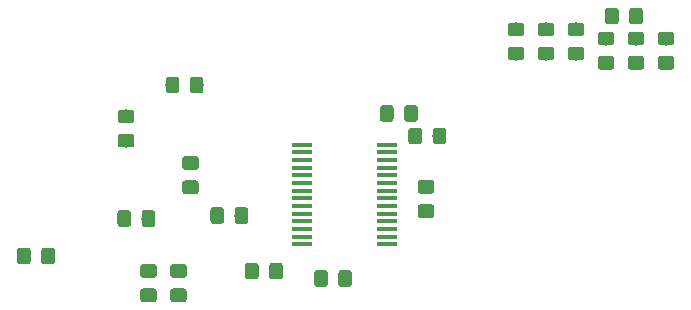
<source format=gbr>
G04 #@! TF.GenerationSoftware,KiCad,Pcbnew,(5.0.0-3-g5ebb6b6)*
G04 #@! TF.CreationDate,2020-01-23T02:23:46-08:00*
G04 #@! TF.ProjectId,Ethernet_Zero,45746865726E65745F5A65726F2E6B69,rev?*
G04 #@! TF.SameCoordinates,Original*
G04 #@! TF.FileFunction,Paste,Top*
G04 #@! TF.FilePolarity,Positive*
%FSLAX46Y46*%
G04 Gerber Fmt 4.6, Leading zero omitted, Abs format (unit mm)*
G04 Created by KiCad (PCBNEW (5.0.0-3-g5ebb6b6)) date Thursday, 23 January 2020 at 02:23:46*
%MOMM*%
%LPD*%
G01*
G04 APERTURE LIST*
%ADD10C,0.100000*%
%ADD11C,1.150000*%
%ADD12R,1.750000X0.450000*%
G04 APERTURE END LIST*
D10*
G04 #@! TO.C,R9*
G36*
X153708505Y-57114204D02*
X153732773Y-57117804D01*
X153756572Y-57123765D01*
X153779671Y-57132030D01*
X153801850Y-57142520D01*
X153822893Y-57155132D01*
X153842599Y-57169747D01*
X153860777Y-57186223D01*
X153877253Y-57204401D01*
X153891868Y-57224107D01*
X153904480Y-57245150D01*
X153914970Y-57267329D01*
X153923235Y-57290428D01*
X153929196Y-57314227D01*
X153932796Y-57338495D01*
X153934000Y-57362999D01*
X153934000Y-58263001D01*
X153932796Y-58287505D01*
X153929196Y-58311773D01*
X153923235Y-58335572D01*
X153914970Y-58358671D01*
X153904480Y-58380850D01*
X153891868Y-58401893D01*
X153877253Y-58421599D01*
X153860777Y-58439777D01*
X153842599Y-58456253D01*
X153822893Y-58470868D01*
X153801850Y-58483480D01*
X153779671Y-58493970D01*
X153756572Y-58502235D01*
X153732773Y-58508196D01*
X153708505Y-58511796D01*
X153684001Y-58513000D01*
X153033999Y-58513000D01*
X153009495Y-58511796D01*
X152985227Y-58508196D01*
X152961428Y-58502235D01*
X152938329Y-58493970D01*
X152916150Y-58483480D01*
X152895107Y-58470868D01*
X152875401Y-58456253D01*
X152857223Y-58439777D01*
X152840747Y-58421599D01*
X152826132Y-58401893D01*
X152813520Y-58380850D01*
X152803030Y-58358671D01*
X152794765Y-58335572D01*
X152788804Y-58311773D01*
X152785204Y-58287505D01*
X152784000Y-58263001D01*
X152784000Y-57362999D01*
X152785204Y-57338495D01*
X152788804Y-57314227D01*
X152794765Y-57290428D01*
X152803030Y-57267329D01*
X152813520Y-57245150D01*
X152826132Y-57224107D01*
X152840747Y-57204401D01*
X152857223Y-57186223D01*
X152875401Y-57169747D01*
X152895107Y-57155132D01*
X152916150Y-57142520D01*
X152938329Y-57132030D01*
X152961428Y-57123765D01*
X152985227Y-57117804D01*
X153009495Y-57114204D01*
X153033999Y-57113000D01*
X153684001Y-57113000D01*
X153708505Y-57114204D01*
X153708505Y-57114204D01*
G37*
D11*
X153359000Y-57813000D03*
D10*
G36*
X155758505Y-57114204D02*
X155782773Y-57117804D01*
X155806572Y-57123765D01*
X155829671Y-57132030D01*
X155851850Y-57142520D01*
X155872893Y-57155132D01*
X155892599Y-57169747D01*
X155910777Y-57186223D01*
X155927253Y-57204401D01*
X155941868Y-57224107D01*
X155954480Y-57245150D01*
X155964970Y-57267329D01*
X155973235Y-57290428D01*
X155979196Y-57314227D01*
X155982796Y-57338495D01*
X155984000Y-57362999D01*
X155984000Y-58263001D01*
X155982796Y-58287505D01*
X155979196Y-58311773D01*
X155973235Y-58335572D01*
X155964970Y-58358671D01*
X155954480Y-58380850D01*
X155941868Y-58401893D01*
X155927253Y-58421599D01*
X155910777Y-58439777D01*
X155892599Y-58456253D01*
X155872893Y-58470868D01*
X155851850Y-58483480D01*
X155829671Y-58493970D01*
X155806572Y-58502235D01*
X155782773Y-58508196D01*
X155758505Y-58511796D01*
X155734001Y-58513000D01*
X155083999Y-58513000D01*
X155059495Y-58511796D01*
X155035227Y-58508196D01*
X155011428Y-58502235D01*
X154988329Y-58493970D01*
X154966150Y-58483480D01*
X154945107Y-58470868D01*
X154925401Y-58456253D01*
X154907223Y-58439777D01*
X154890747Y-58421599D01*
X154876132Y-58401893D01*
X154863520Y-58380850D01*
X154853030Y-58358671D01*
X154844765Y-58335572D01*
X154838804Y-58311773D01*
X154835204Y-58287505D01*
X154834000Y-58263001D01*
X154834000Y-57362999D01*
X154835204Y-57338495D01*
X154838804Y-57314227D01*
X154844765Y-57290428D01*
X154853030Y-57267329D01*
X154863520Y-57245150D01*
X154876132Y-57224107D01*
X154890747Y-57204401D01*
X154907223Y-57186223D01*
X154925401Y-57169747D01*
X154945107Y-57155132D01*
X154966150Y-57142520D01*
X154988329Y-57132030D01*
X155011428Y-57123765D01*
X155035227Y-57117804D01*
X155059495Y-57114204D01*
X155083999Y-57113000D01*
X155734001Y-57113000D01*
X155758505Y-57114204D01*
X155758505Y-57114204D01*
G37*
D11*
X155409000Y-57813000D03*
G04 #@! TD*
D12*
G04 #@! TO.C,U1*
X184102000Y-56827000D03*
X184102000Y-56177000D03*
X184102000Y-55527000D03*
X184102000Y-54877000D03*
X184102000Y-54227000D03*
X184102000Y-53577000D03*
X184102000Y-52927000D03*
X184102000Y-52277000D03*
X184102000Y-51627000D03*
X184102000Y-50977000D03*
X184102000Y-50327000D03*
X184102000Y-49677000D03*
X184102000Y-49027000D03*
X184102000Y-48377000D03*
X176902000Y-48377000D03*
X176902000Y-49027000D03*
X176902000Y-49677000D03*
X176902000Y-50327000D03*
X176902000Y-50977000D03*
X176902000Y-51627000D03*
X176902000Y-52277000D03*
X176902000Y-52927000D03*
X176902000Y-53577000D03*
X176902000Y-54227000D03*
X176902000Y-54877000D03*
X176902000Y-55527000D03*
X176902000Y-56177000D03*
X176902000Y-56827000D03*
G04 #@! TD*
D10*
G04 #@! TO.C,L1*
G36*
X203483505Y-36794204D02*
X203507773Y-36797804D01*
X203531572Y-36803765D01*
X203554671Y-36812030D01*
X203576850Y-36822520D01*
X203597893Y-36835132D01*
X203617599Y-36849747D01*
X203635777Y-36866223D01*
X203652253Y-36884401D01*
X203666868Y-36904107D01*
X203679480Y-36925150D01*
X203689970Y-36947329D01*
X203698235Y-36970428D01*
X203704196Y-36994227D01*
X203707796Y-37018495D01*
X203709000Y-37042999D01*
X203709000Y-37943001D01*
X203707796Y-37967505D01*
X203704196Y-37991773D01*
X203698235Y-38015572D01*
X203689970Y-38038671D01*
X203679480Y-38060850D01*
X203666868Y-38081893D01*
X203652253Y-38101599D01*
X203635777Y-38119777D01*
X203617599Y-38136253D01*
X203597893Y-38150868D01*
X203576850Y-38163480D01*
X203554671Y-38173970D01*
X203531572Y-38182235D01*
X203507773Y-38188196D01*
X203483505Y-38191796D01*
X203459001Y-38193000D01*
X202808999Y-38193000D01*
X202784495Y-38191796D01*
X202760227Y-38188196D01*
X202736428Y-38182235D01*
X202713329Y-38173970D01*
X202691150Y-38163480D01*
X202670107Y-38150868D01*
X202650401Y-38136253D01*
X202632223Y-38119777D01*
X202615747Y-38101599D01*
X202601132Y-38081893D01*
X202588520Y-38060850D01*
X202578030Y-38038671D01*
X202569765Y-38015572D01*
X202563804Y-37991773D01*
X202560204Y-37967505D01*
X202559000Y-37943001D01*
X202559000Y-37042999D01*
X202560204Y-37018495D01*
X202563804Y-36994227D01*
X202569765Y-36970428D01*
X202578030Y-36947329D01*
X202588520Y-36925150D01*
X202601132Y-36904107D01*
X202615747Y-36884401D01*
X202632223Y-36866223D01*
X202650401Y-36849747D01*
X202670107Y-36835132D01*
X202691150Y-36822520D01*
X202713329Y-36812030D01*
X202736428Y-36803765D01*
X202760227Y-36797804D01*
X202784495Y-36794204D01*
X202808999Y-36793000D01*
X203459001Y-36793000D01*
X203483505Y-36794204D01*
X203483505Y-36794204D01*
G37*
D11*
X203134000Y-37493000D03*
D10*
G36*
X205533505Y-36794204D02*
X205557773Y-36797804D01*
X205581572Y-36803765D01*
X205604671Y-36812030D01*
X205626850Y-36822520D01*
X205647893Y-36835132D01*
X205667599Y-36849747D01*
X205685777Y-36866223D01*
X205702253Y-36884401D01*
X205716868Y-36904107D01*
X205729480Y-36925150D01*
X205739970Y-36947329D01*
X205748235Y-36970428D01*
X205754196Y-36994227D01*
X205757796Y-37018495D01*
X205759000Y-37042999D01*
X205759000Y-37943001D01*
X205757796Y-37967505D01*
X205754196Y-37991773D01*
X205748235Y-38015572D01*
X205739970Y-38038671D01*
X205729480Y-38060850D01*
X205716868Y-38081893D01*
X205702253Y-38101599D01*
X205685777Y-38119777D01*
X205667599Y-38136253D01*
X205647893Y-38150868D01*
X205626850Y-38163480D01*
X205604671Y-38173970D01*
X205581572Y-38182235D01*
X205557773Y-38188196D01*
X205533505Y-38191796D01*
X205509001Y-38193000D01*
X204858999Y-38193000D01*
X204834495Y-38191796D01*
X204810227Y-38188196D01*
X204786428Y-38182235D01*
X204763329Y-38173970D01*
X204741150Y-38163480D01*
X204720107Y-38150868D01*
X204700401Y-38136253D01*
X204682223Y-38119777D01*
X204665747Y-38101599D01*
X204651132Y-38081893D01*
X204638520Y-38060850D01*
X204628030Y-38038671D01*
X204619765Y-38015572D01*
X204613804Y-37991773D01*
X204610204Y-37967505D01*
X204609000Y-37943001D01*
X204609000Y-37042999D01*
X204610204Y-37018495D01*
X204613804Y-36994227D01*
X204619765Y-36970428D01*
X204628030Y-36947329D01*
X204638520Y-36925150D01*
X204651132Y-36904107D01*
X204665747Y-36884401D01*
X204682223Y-36866223D01*
X204700401Y-36849747D01*
X204720107Y-36835132D01*
X204741150Y-36822520D01*
X204763329Y-36812030D01*
X204786428Y-36803765D01*
X204810227Y-36797804D01*
X204834495Y-36794204D01*
X204858999Y-36793000D01*
X205509001Y-36793000D01*
X205533505Y-36794204D01*
X205533505Y-36794204D01*
G37*
D11*
X205184000Y-37493000D03*
G04 #@! TD*
D10*
G04 #@! TO.C,R5*
G36*
X198038505Y-38044204D02*
X198062773Y-38047804D01*
X198086572Y-38053765D01*
X198109671Y-38062030D01*
X198131850Y-38072520D01*
X198152893Y-38085132D01*
X198172599Y-38099747D01*
X198190777Y-38116223D01*
X198207253Y-38134401D01*
X198221868Y-38154107D01*
X198234480Y-38175150D01*
X198244970Y-38197329D01*
X198253235Y-38220428D01*
X198259196Y-38244227D01*
X198262796Y-38268495D01*
X198264000Y-38292999D01*
X198264000Y-38943001D01*
X198262796Y-38967505D01*
X198259196Y-38991773D01*
X198253235Y-39015572D01*
X198244970Y-39038671D01*
X198234480Y-39060850D01*
X198221868Y-39081893D01*
X198207253Y-39101599D01*
X198190777Y-39119777D01*
X198172599Y-39136253D01*
X198152893Y-39150868D01*
X198131850Y-39163480D01*
X198109671Y-39173970D01*
X198086572Y-39182235D01*
X198062773Y-39188196D01*
X198038505Y-39191796D01*
X198014001Y-39193000D01*
X197113999Y-39193000D01*
X197089495Y-39191796D01*
X197065227Y-39188196D01*
X197041428Y-39182235D01*
X197018329Y-39173970D01*
X196996150Y-39163480D01*
X196975107Y-39150868D01*
X196955401Y-39136253D01*
X196937223Y-39119777D01*
X196920747Y-39101599D01*
X196906132Y-39081893D01*
X196893520Y-39060850D01*
X196883030Y-39038671D01*
X196874765Y-39015572D01*
X196868804Y-38991773D01*
X196865204Y-38967505D01*
X196864000Y-38943001D01*
X196864000Y-38292999D01*
X196865204Y-38268495D01*
X196868804Y-38244227D01*
X196874765Y-38220428D01*
X196883030Y-38197329D01*
X196893520Y-38175150D01*
X196906132Y-38154107D01*
X196920747Y-38134401D01*
X196937223Y-38116223D01*
X196955401Y-38099747D01*
X196975107Y-38085132D01*
X196996150Y-38072520D01*
X197018329Y-38062030D01*
X197041428Y-38053765D01*
X197065227Y-38047804D01*
X197089495Y-38044204D01*
X197113999Y-38043000D01*
X198014001Y-38043000D01*
X198038505Y-38044204D01*
X198038505Y-38044204D01*
G37*
D11*
X197564000Y-38618000D03*
D10*
G36*
X198038505Y-40094204D02*
X198062773Y-40097804D01*
X198086572Y-40103765D01*
X198109671Y-40112030D01*
X198131850Y-40122520D01*
X198152893Y-40135132D01*
X198172599Y-40149747D01*
X198190777Y-40166223D01*
X198207253Y-40184401D01*
X198221868Y-40204107D01*
X198234480Y-40225150D01*
X198244970Y-40247329D01*
X198253235Y-40270428D01*
X198259196Y-40294227D01*
X198262796Y-40318495D01*
X198264000Y-40342999D01*
X198264000Y-40993001D01*
X198262796Y-41017505D01*
X198259196Y-41041773D01*
X198253235Y-41065572D01*
X198244970Y-41088671D01*
X198234480Y-41110850D01*
X198221868Y-41131893D01*
X198207253Y-41151599D01*
X198190777Y-41169777D01*
X198172599Y-41186253D01*
X198152893Y-41200868D01*
X198131850Y-41213480D01*
X198109671Y-41223970D01*
X198086572Y-41232235D01*
X198062773Y-41238196D01*
X198038505Y-41241796D01*
X198014001Y-41243000D01*
X197113999Y-41243000D01*
X197089495Y-41241796D01*
X197065227Y-41238196D01*
X197041428Y-41232235D01*
X197018329Y-41223970D01*
X196996150Y-41213480D01*
X196975107Y-41200868D01*
X196955401Y-41186253D01*
X196937223Y-41169777D01*
X196920747Y-41151599D01*
X196906132Y-41131893D01*
X196893520Y-41110850D01*
X196883030Y-41088671D01*
X196874765Y-41065572D01*
X196868804Y-41041773D01*
X196865204Y-41017505D01*
X196864000Y-40993001D01*
X196864000Y-40342999D01*
X196865204Y-40318495D01*
X196868804Y-40294227D01*
X196874765Y-40270428D01*
X196883030Y-40247329D01*
X196893520Y-40225150D01*
X196906132Y-40204107D01*
X196920747Y-40184401D01*
X196937223Y-40166223D01*
X196955401Y-40149747D01*
X196975107Y-40135132D01*
X196996150Y-40122520D01*
X197018329Y-40112030D01*
X197041428Y-40103765D01*
X197065227Y-40097804D01*
X197089495Y-40094204D01*
X197113999Y-40093000D01*
X198014001Y-40093000D01*
X198038505Y-40094204D01*
X198038505Y-40094204D01*
G37*
D11*
X197564000Y-40668000D03*
G04 #@! TD*
D10*
G04 #@! TO.C,R6*
G36*
X200578505Y-40094204D02*
X200602773Y-40097804D01*
X200626572Y-40103765D01*
X200649671Y-40112030D01*
X200671850Y-40122520D01*
X200692893Y-40135132D01*
X200712599Y-40149747D01*
X200730777Y-40166223D01*
X200747253Y-40184401D01*
X200761868Y-40204107D01*
X200774480Y-40225150D01*
X200784970Y-40247329D01*
X200793235Y-40270428D01*
X200799196Y-40294227D01*
X200802796Y-40318495D01*
X200804000Y-40342999D01*
X200804000Y-40993001D01*
X200802796Y-41017505D01*
X200799196Y-41041773D01*
X200793235Y-41065572D01*
X200784970Y-41088671D01*
X200774480Y-41110850D01*
X200761868Y-41131893D01*
X200747253Y-41151599D01*
X200730777Y-41169777D01*
X200712599Y-41186253D01*
X200692893Y-41200868D01*
X200671850Y-41213480D01*
X200649671Y-41223970D01*
X200626572Y-41232235D01*
X200602773Y-41238196D01*
X200578505Y-41241796D01*
X200554001Y-41243000D01*
X199653999Y-41243000D01*
X199629495Y-41241796D01*
X199605227Y-41238196D01*
X199581428Y-41232235D01*
X199558329Y-41223970D01*
X199536150Y-41213480D01*
X199515107Y-41200868D01*
X199495401Y-41186253D01*
X199477223Y-41169777D01*
X199460747Y-41151599D01*
X199446132Y-41131893D01*
X199433520Y-41110850D01*
X199423030Y-41088671D01*
X199414765Y-41065572D01*
X199408804Y-41041773D01*
X199405204Y-41017505D01*
X199404000Y-40993001D01*
X199404000Y-40342999D01*
X199405204Y-40318495D01*
X199408804Y-40294227D01*
X199414765Y-40270428D01*
X199423030Y-40247329D01*
X199433520Y-40225150D01*
X199446132Y-40204107D01*
X199460747Y-40184401D01*
X199477223Y-40166223D01*
X199495401Y-40149747D01*
X199515107Y-40135132D01*
X199536150Y-40122520D01*
X199558329Y-40112030D01*
X199581428Y-40103765D01*
X199605227Y-40097804D01*
X199629495Y-40094204D01*
X199653999Y-40093000D01*
X200554001Y-40093000D01*
X200578505Y-40094204D01*
X200578505Y-40094204D01*
G37*
D11*
X200104000Y-40668000D03*
D10*
G36*
X200578505Y-38044204D02*
X200602773Y-38047804D01*
X200626572Y-38053765D01*
X200649671Y-38062030D01*
X200671850Y-38072520D01*
X200692893Y-38085132D01*
X200712599Y-38099747D01*
X200730777Y-38116223D01*
X200747253Y-38134401D01*
X200761868Y-38154107D01*
X200774480Y-38175150D01*
X200784970Y-38197329D01*
X200793235Y-38220428D01*
X200799196Y-38244227D01*
X200802796Y-38268495D01*
X200804000Y-38292999D01*
X200804000Y-38943001D01*
X200802796Y-38967505D01*
X200799196Y-38991773D01*
X200793235Y-39015572D01*
X200784970Y-39038671D01*
X200774480Y-39060850D01*
X200761868Y-39081893D01*
X200747253Y-39101599D01*
X200730777Y-39119777D01*
X200712599Y-39136253D01*
X200692893Y-39150868D01*
X200671850Y-39163480D01*
X200649671Y-39173970D01*
X200626572Y-39182235D01*
X200602773Y-39188196D01*
X200578505Y-39191796D01*
X200554001Y-39193000D01*
X199653999Y-39193000D01*
X199629495Y-39191796D01*
X199605227Y-39188196D01*
X199581428Y-39182235D01*
X199558329Y-39173970D01*
X199536150Y-39163480D01*
X199515107Y-39150868D01*
X199495401Y-39136253D01*
X199477223Y-39119777D01*
X199460747Y-39101599D01*
X199446132Y-39081893D01*
X199433520Y-39060850D01*
X199423030Y-39038671D01*
X199414765Y-39015572D01*
X199408804Y-38991773D01*
X199405204Y-38967505D01*
X199404000Y-38943001D01*
X199404000Y-38292999D01*
X199405204Y-38268495D01*
X199408804Y-38244227D01*
X199414765Y-38220428D01*
X199423030Y-38197329D01*
X199433520Y-38175150D01*
X199446132Y-38154107D01*
X199460747Y-38134401D01*
X199477223Y-38116223D01*
X199495401Y-38099747D01*
X199515107Y-38085132D01*
X199536150Y-38072520D01*
X199558329Y-38062030D01*
X199581428Y-38053765D01*
X199605227Y-38047804D01*
X199629495Y-38044204D01*
X199653999Y-38043000D01*
X200554001Y-38043000D01*
X200578505Y-38044204D01*
X200578505Y-38044204D01*
G37*
D11*
X200104000Y-38618000D03*
G04 #@! TD*
D10*
G04 #@! TO.C,R7*
G36*
X205658505Y-40874204D02*
X205682773Y-40877804D01*
X205706572Y-40883765D01*
X205729671Y-40892030D01*
X205751850Y-40902520D01*
X205772893Y-40915132D01*
X205792599Y-40929747D01*
X205810777Y-40946223D01*
X205827253Y-40964401D01*
X205841868Y-40984107D01*
X205854480Y-41005150D01*
X205864970Y-41027329D01*
X205873235Y-41050428D01*
X205879196Y-41074227D01*
X205882796Y-41098495D01*
X205884000Y-41122999D01*
X205884000Y-41773001D01*
X205882796Y-41797505D01*
X205879196Y-41821773D01*
X205873235Y-41845572D01*
X205864970Y-41868671D01*
X205854480Y-41890850D01*
X205841868Y-41911893D01*
X205827253Y-41931599D01*
X205810777Y-41949777D01*
X205792599Y-41966253D01*
X205772893Y-41980868D01*
X205751850Y-41993480D01*
X205729671Y-42003970D01*
X205706572Y-42012235D01*
X205682773Y-42018196D01*
X205658505Y-42021796D01*
X205634001Y-42023000D01*
X204733999Y-42023000D01*
X204709495Y-42021796D01*
X204685227Y-42018196D01*
X204661428Y-42012235D01*
X204638329Y-42003970D01*
X204616150Y-41993480D01*
X204595107Y-41980868D01*
X204575401Y-41966253D01*
X204557223Y-41949777D01*
X204540747Y-41931599D01*
X204526132Y-41911893D01*
X204513520Y-41890850D01*
X204503030Y-41868671D01*
X204494765Y-41845572D01*
X204488804Y-41821773D01*
X204485204Y-41797505D01*
X204484000Y-41773001D01*
X204484000Y-41122999D01*
X204485204Y-41098495D01*
X204488804Y-41074227D01*
X204494765Y-41050428D01*
X204503030Y-41027329D01*
X204513520Y-41005150D01*
X204526132Y-40984107D01*
X204540747Y-40964401D01*
X204557223Y-40946223D01*
X204575401Y-40929747D01*
X204595107Y-40915132D01*
X204616150Y-40902520D01*
X204638329Y-40892030D01*
X204661428Y-40883765D01*
X204685227Y-40877804D01*
X204709495Y-40874204D01*
X204733999Y-40873000D01*
X205634001Y-40873000D01*
X205658505Y-40874204D01*
X205658505Y-40874204D01*
G37*
D11*
X205184000Y-41448000D03*
D10*
G36*
X205658505Y-38824204D02*
X205682773Y-38827804D01*
X205706572Y-38833765D01*
X205729671Y-38842030D01*
X205751850Y-38852520D01*
X205772893Y-38865132D01*
X205792599Y-38879747D01*
X205810777Y-38896223D01*
X205827253Y-38914401D01*
X205841868Y-38934107D01*
X205854480Y-38955150D01*
X205864970Y-38977329D01*
X205873235Y-39000428D01*
X205879196Y-39024227D01*
X205882796Y-39048495D01*
X205884000Y-39072999D01*
X205884000Y-39723001D01*
X205882796Y-39747505D01*
X205879196Y-39771773D01*
X205873235Y-39795572D01*
X205864970Y-39818671D01*
X205854480Y-39840850D01*
X205841868Y-39861893D01*
X205827253Y-39881599D01*
X205810777Y-39899777D01*
X205792599Y-39916253D01*
X205772893Y-39930868D01*
X205751850Y-39943480D01*
X205729671Y-39953970D01*
X205706572Y-39962235D01*
X205682773Y-39968196D01*
X205658505Y-39971796D01*
X205634001Y-39973000D01*
X204733999Y-39973000D01*
X204709495Y-39971796D01*
X204685227Y-39968196D01*
X204661428Y-39962235D01*
X204638329Y-39953970D01*
X204616150Y-39943480D01*
X204595107Y-39930868D01*
X204575401Y-39916253D01*
X204557223Y-39899777D01*
X204540747Y-39881599D01*
X204526132Y-39861893D01*
X204513520Y-39840850D01*
X204503030Y-39818671D01*
X204494765Y-39795572D01*
X204488804Y-39771773D01*
X204485204Y-39747505D01*
X204484000Y-39723001D01*
X204484000Y-39072999D01*
X204485204Y-39048495D01*
X204488804Y-39024227D01*
X204494765Y-39000428D01*
X204503030Y-38977329D01*
X204513520Y-38955150D01*
X204526132Y-38934107D01*
X204540747Y-38914401D01*
X204557223Y-38896223D01*
X204575401Y-38879747D01*
X204595107Y-38865132D01*
X204616150Y-38852520D01*
X204638329Y-38842030D01*
X204661428Y-38833765D01*
X204685227Y-38827804D01*
X204709495Y-38824204D01*
X204733999Y-38823000D01*
X205634001Y-38823000D01*
X205658505Y-38824204D01*
X205658505Y-38824204D01*
G37*
D11*
X205184000Y-39398000D03*
G04 #@! TD*
D10*
G04 #@! TO.C,R8*
G36*
X203118505Y-38824204D02*
X203142773Y-38827804D01*
X203166572Y-38833765D01*
X203189671Y-38842030D01*
X203211850Y-38852520D01*
X203232893Y-38865132D01*
X203252599Y-38879747D01*
X203270777Y-38896223D01*
X203287253Y-38914401D01*
X203301868Y-38934107D01*
X203314480Y-38955150D01*
X203324970Y-38977329D01*
X203333235Y-39000428D01*
X203339196Y-39024227D01*
X203342796Y-39048495D01*
X203344000Y-39072999D01*
X203344000Y-39723001D01*
X203342796Y-39747505D01*
X203339196Y-39771773D01*
X203333235Y-39795572D01*
X203324970Y-39818671D01*
X203314480Y-39840850D01*
X203301868Y-39861893D01*
X203287253Y-39881599D01*
X203270777Y-39899777D01*
X203252599Y-39916253D01*
X203232893Y-39930868D01*
X203211850Y-39943480D01*
X203189671Y-39953970D01*
X203166572Y-39962235D01*
X203142773Y-39968196D01*
X203118505Y-39971796D01*
X203094001Y-39973000D01*
X202193999Y-39973000D01*
X202169495Y-39971796D01*
X202145227Y-39968196D01*
X202121428Y-39962235D01*
X202098329Y-39953970D01*
X202076150Y-39943480D01*
X202055107Y-39930868D01*
X202035401Y-39916253D01*
X202017223Y-39899777D01*
X202000747Y-39881599D01*
X201986132Y-39861893D01*
X201973520Y-39840850D01*
X201963030Y-39818671D01*
X201954765Y-39795572D01*
X201948804Y-39771773D01*
X201945204Y-39747505D01*
X201944000Y-39723001D01*
X201944000Y-39072999D01*
X201945204Y-39048495D01*
X201948804Y-39024227D01*
X201954765Y-39000428D01*
X201963030Y-38977329D01*
X201973520Y-38955150D01*
X201986132Y-38934107D01*
X202000747Y-38914401D01*
X202017223Y-38896223D01*
X202035401Y-38879747D01*
X202055107Y-38865132D01*
X202076150Y-38852520D01*
X202098329Y-38842030D01*
X202121428Y-38833765D01*
X202145227Y-38827804D01*
X202169495Y-38824204D01*
X202193999Y-38823000D01*
X203094001Y-38823000D01*
X203118505Y-38824204D01*
X203118505Y-38824204D01*
G37*
D11*
X202644000Y-39398000D03*
D10*
G36*
X203118505Y-40874204D02*
X203142773Y-40877804D01*
X203166572Y-40883765D01*
X203189671Y-40892030D01*
X203211850Y-40902520D01*
X203232893Y-40915132D01*
X203252599Y-40929747D01*
X203270777Y-40946223D01*
X203287253Y-40964401D01*
X203301868Y-40984107D01*
X203314480Y-41005150D01*
X203324970Y-41027329D01*
X203333235Y-41050428D01*
X203339196Y-41074227D01*
X203342796Y-41098495D01*
X203344000Y-41122999D01*
X203344000Y-41773001D01*
X203342796Y-41797505D01*
X203339196Y-41821773D01*
X203333235Y-41845572D01*
X203324970Y-41868671D01*
X203314480Y-41890850D01*
X203301868Y-41911893D01*
X203287253Y-41931599D01*
X203270777Y-41949777D01*
X203252599Y-41966253D01*
X203232893Y-41980868D01*
X203211850Y-41993480D01*
X203189671Y-42003970D01*
X203166572Y-42012235D01*
X203142773Y-42018196D01*
X203118505Y-42021796D01*
X203094001Y-42023000D01*
X202193999Y-42023000D01*
X202169495Y-42021796D01*
X202145227Y-42018196D01*
X202121428Y-42012235D01*
X202098329Y-42003970D01*
X202076150Y-41993480D01*
X202055107Y-41980868D01*
X202035401Y-41966253D01*
X202017223Y-41949777D01*
X202000747Y-41931599D01*
X201986132Y-41911893D01*
X201973520Y-41890850D01*
X201963030Y-41868671D01*
X201954765Y-41845572D01*
X201948804Y-41821773D01*
X201945204Y-41797505D01*
X201944000Y-41773001D01*
X201944000Y-41122999D01*
X201945204Y-41098495D01*
X201948804Y-41074227D01*
X201954765Y-41050428D01*
X201963030Y-41027329D01*
X201973520Y-41005150D01*
X201986132Y-40984107D01*
X202000747Y-40964401D01*
X202017223Y-40946223D01*
X202035401Y-40929747D01*
X202055107Y-40915132D01*
X202076150Y-40902520D01*
X202098329Y-40892030D01*
X202121428Y-40883765D01*
X202145227Y-40877804D01*
X202169495Y-40874204D01*
X202193999Y-40873000D01*
X203094001Y-40873000D01*
X203118505Y-40874204D01*
X203118505Y-40874204D01*
G37*
D11*
X202644000Y-41448000D03*
G04 #@! TD*
D10*
G04 #@! TO.C,C1*
G36*
X175053505Y-58384204D02*
X175077773Y-58387804D01*
X175101572Y-58393765D01*
X175124671Y-58402030D01*
X175146850Y-58412520D01*
X175167893Y-58425132D01*
X175187599Y-58439747D01*
X175205777Y-58456223D01*
X175222253Y-58474401D01*
X175236868Y-58494107D01*
X175249480Y-58515150D01*
X175259970Y-58537329D01*
X175268235Y-58560428D01*
X175274196Y-58584227D01*
X175277796Y-58608495D01*
X175279000Y-58632999D01*
X175279000Y-59533001D01*
X175277796Y-59557505D01*
X175274196Y-59581773D01*
X175268235Y-59605572D01*
X175259970Y-59628671D01*
X175249480Y-59650850D01*
X175236868Y-59671893D01*
X175222253Y-59691599D01*
X175205777Y-59709777D01*
X175187599Y-59726253D01*
X175167893Y-59740868D01*
X175146850Y-59753480D01*
X175124671Y-59763970D01*
X175101572Y-59772235D01*
X175077773Y-59778196D01*
X175053505Y-59781796D01*
X175029001Y-59783000D01*
X174378999Y-59783000D01*
X174354495Y-59781796D01*
X174330227Y-59778196D01*
X174306428Y-59772235D01*
X174283329Y-59763970D01*
X174261150Y-59753480D01*
X174240107Y-59740868D01*
X174220401Y-59726253D01*
X174202223Y-59709777D01*
X174185747Y-59691599D01*
X174171132Y-59671893D01*
X174158520Y-59650850D01*
X174148030Y-59628671D01*
X174139765Y-59605572D01*
X174133804Y-59581773D01*
X174130204Y-59557505D01*
X174129000Y-59533001D01*
X174129000Y-58632999D01*
X174130204Y-58608495D01*
X174133804Y-58584227D01*
X174139765Y-58560428D01*
X174148030Y-58537329D01*
X174158520Y-58515150D01*
X174171132Y-58494107D01*
X174185747Y-58474401D01*
X174202223Y-58456223D01*
X174220401Y-58439747D01*
X174240107Y-58425132D01*
X174261150Y-58412520D01*
X174283329Y-58402030D01*
X174306428Y-58393765D01*
X174330227Y-58387804D01*
X174354495Y-58384204D01*
X174378999Y-58383000D01*
X175029001Y-58383000D01*
X175053505Y-58384204D01*
X175053505Y-58384204D01*
G37*
D11*
X174704000Y-59083000D03*
D10*
G36*
X173003505Y-58384204D02*
X173027773Y-58387804D01*
X173051572Y-58393765D01*
X173074671Y-58402030D01*
X173096850Y-58412520D01*
X173117893Y-58425132D01*
X173137599Y-58439747D01*
X173155777Y-58456223D01*
X173172253Y-58474401D01*
X173186868Y-58494107D01*
X173199480Y-58515150D01*
X173209970Y-58537329D01*
X173218235Y-58560428D01*
X173224196Y-58584227D01*
X173227796Y-58608495D01*
X173229000Y-58632999D01*
X173229000Y-59533001D01*
X173227796Y-59557505D01*
X173224196Y-59581773D01*
X173218235Y-59605572D01*
X173209970Y-59628671D01*
X173199480Y-59650850D01*
X173186868Y-59671893D01*
X173172253Y-59691599D01*
X173155777Y-59709777D01*
X173137599Y-59726253D01*
X173117893Y-59740868D01*
X173096850Y-59753480D01*
X173074671Y-59763970D01*
X173051572Y-59772235D01*
X173027773Y-59778196D01*
X173003505Y-59781796D01*
X172979001Y-59783000D01*
X172328999Y-59783000D01*
X172304495Y-59781796D01*
X172280227Y-59778196D01*
X172256428Y-59772235D01*
X172233329Y-59763970D01*
X172211150Y-59753480D01*
X172190107Y-59740868D01*
X172170401Y-59726253D01*
X172152223Y-59709777D01*
X172135747Y-59691599D01*
X172121132Y-59671893D01*
X172108520Y-59650850D01*
X172098030Y-59628671D01*
X172089765Y-59605572D01*
X172083804Y-59581773D01*
X172080204Y-59557505D01*
X172079000Y-59533001D01*
X172079000Y-58632999D01*
X172080204Y-58608495D01*
X172083804Y-58584227D01*
X172089765Y-58560428D01*
X172098030Y-58537329D01*
X172108520Y-58515150D01*
X172121132Y-58494107D01*
X172135747Y-58474401D01*
X172152223Y-58456223D01*
X172170401Y-58439747D01*
X172190107Y-58425132D01*
X172211150Y-58412520D01*
X172233329Y-58402030D01*
X172256428Y-58393765D01*
X172280227Y-58387804D01*
X172304495Y-58384204D01*
X172328999Y-58383000D01*
X172979001Y-58383000D01*
X173003505Y-58384204D01*
X173003505Y-58384204D01*
G37*
D11*
X172654000Y-59083000D03*
G04 #@! TD*
D10*
G04 #@! TO.C,C2*
G36*
X168340505Y-42636204D02*
X168364773Y-42639804D01*
X168388572Y-42645765D01*
X168411671Y-42654030D01*
X168433850Y-42664520D01*
X168454893Y-42677132D01*
X168474599Y-42691747D01*
X168492777Y-42708223D01*
X168509253Y-42726401D01*
X168523868Y-42746107D01*
X168536480Y-42767150D01*
X168546970Y-42789329D01*
X168555235Y-42812428D01*
X168561196Y-42836227D01*
X168564796Y-42860495D01*
X168566000Y-42884999D01*
X168566000Y-43785001D01*
X168564796Y-43809505D01*
X168561196Y-43833773D01*
X168555235Y-43857572D01*
X168546970Y-43880671D01*
X168536480Y-43902850D01*
X168523868Y-43923893D01*
X168509253Y-43943599D01*
X168492777Y-43961777D01*
X168474599Y-43978253D01*
X168454893Y-43992868D01*
X168433850Y-44005480D01*
X168411671Y-44015970D01*
X168388572Y-44024235D01*
X168364773Y-44030196D01*
X168340505Y-44033796D01*
X168316001Y-44035000D01*
X167665999Y-44035000D01*
X167641495Y-44033796D01*
X167617227Y-44030196D01*
X167593428Y-44024235D01*
X167570329Y-44015970D01*
X167548150Y-44005480D01*
X167527107Y-43992868D01*
X167507401Y-43978253D01*
X167489223Y-43961777D01*
X167472747Y-43943599D01*
X167458132Y-43923893D01*
X167445520Y-43902850D01*
X167435030Y-43880671D01*
X167426765Y-43857572D01*
X167420804Y-43833773D01*
X167417204Y-43809505D01*
X167416000Y-43785001D01*
X167416000Y-42884999D01*
X167417204Y-42860495D01*
X167420804Y-42836227D01*
X167426765Y-42812428D01*
X167435030Y-42789329D01*
X167445520Y-42767150D01*
X167458132Y-42746107D01*
X167472747Y-42726401D01*
X167489223Y-42708223D01*
X167507401Y-42691747D01*
X167527107Y-42677132D01*
X167548150Y-42664520D01*
X167570329Y-42654030D01*
X167593428Y-42645765D01*
X167617227Y-42639804D01*
X167641495Y-42636204D01*
X167665999Y-42635000D01*
X168316001Y-42635000D01*
X168340505Y-42636204D01*
X168340505Y-42636204D01*
G37*
D11*
X167991000Y-43335000D03*
D10*
G36*
X166290505Y-42636204D02*
X166314773Y-42639804D01*
X166338572Y-42645765D01*
X166361671Y-42654030D01*
X166383850Y-42664520D01*
X166404893Y-42677132D01*
X166424599Y-42691747D01*
X166442777Y-42708223D01*
X166459253Y-42726401D01*
X166473868Y-42746107D01*
X166486480Y-42767150D01*
X166496970Y-42789329D01*
X166505235Y-42812428D01*
X166511196Y-42836227D01*
X166514796Y-42860495D01*
X166516000Y-42884999D01*
X166516000Y-43785001D01*
X166514796Y-43809505D01*
X166511196Y-43833773D01*
X166505235Y-43857572D01*
X166496970Y-43880671D01*
X166486480Y-43902850D01*
X166473868Y-43923893D01*
X166459253Y-43943599D01*
X166442777Y-43961777D01*
X166424599Y-43978253D01*
X166404893Y-43992868D01*
X166383850Y-44005480D01*
X166361671Y-44015970D01*
X166338572Y-44024235D01*
X166314773Y-44030196D01*
X166290505Y-44033796D01*
X166266001Y-44035000D01*
X165615999Y-44035000D01*
X165591495Y-44033796D01*
X165567227Y-44030196D01*
X165543428Y-44024235D01*
X165520329Y-44015970D01*
X165498150Y-44005480D01*
X165477107Y-43992868D01*
X165457401Y-43978253D01*
X165439223Y-43961777D01*
X165422747Y-43943599D01*
X165408132Y-43923893D01*
X165395520Y-43902850D01*
X165385030Y-43880671D01*
X165376765Y-43857572D01*
X165370804Y-43833773D01*
X165367204Y-43809505D01*
X165366000Y-43785001D01*
X165366000Y-42884999D01*
X165367204Y-42860495D01*
X165370804Y-42836227D01*
X165376765Y-42812428D01*
X165385030Y-42789329D01*
X165395520Y-42767150D01*
X165408132Y-42746107D01*
X165422747Y-42726401D01*
X165439223Y-42708223D01*
X165457401Y-42691747D01*
X165477107Y-42677132D01*
X165498150Y-42664520D01*
X165520329Y-42654030D01*
X165543428Y-42645765D01*
X165567227Y-42639804D01*
X165591495Y-42636204D01*
X165615999Y-42635000D01*
X166266001Y-42635000D01*
X166290505Y-42636204D01*
X166290505Y-42636204D01*
G37*
D11*
X165941000Y-43335000D03*
G04 #@! TD*
D10*
G04 #@! TO.C,C3*
G36*
X167939505Y-51415204D02*
X167963773Y-51418804D01*
X167987572Y-51424765D01*
X168010671Y-51433030D01*
X168032850Y-51443520D01*
X168053893Y-51456132D01*
X168073599Y-51470747D01*
X168091777Y-51487223D01*
X168108253Y-51505401D01*
X168122868Y-51525107D01*
X168135480Y-51546150D01*
X168145970Y-51568329D01*
X168154235Y-51591428D01*
X168160196Y-51615227D01*
X168163796Y-51639495D01*
X168165000Y-51663999D01*
X168165000Y-52314001D01*
X168163796Y-52338505D01*
X168160196Y-52362773D01*
X168154235Y-52386572D01*
X168145970Y-52409671D01*
X168135480Y-52431850D01*
X168122868Y-52452893D01*
X168108253Y-52472599D01*
X168091777Y-52490777D01*
X168073599Y-52507253D01*
X168053893Y-52521868D01*
X168032850Y-52534480D01*
X168010671Y-52544970D01*
X167987572Y-52553235D01*
X167963773Y-52559196D01*
X167939505Y-52562796D01*
X167915001Y-52564000D01*
X167014999Y-52564000D01*
X166990495Y-52562796D01*
X166966227Y-52559196D01*
X166942428Y-52553235D01*
X166919329Y-52544970D01*
X166897150Y-52534480D01*
X166876107Y-52521868D01*
X166856401Y-52507253D01*
X166838223Y-52490777D01*
X166821747Y-52472599D01*
X166807132Y-52452893D01*
X166794520Y-52431850D01*
X166784030Y-52409671D01*
X166775765Y-52386572D01*
X166769804Y-52362773D01*
X166766204Y-52338505D01*
X166765000Y-52314001D01*
X166765000Y-51663999D01*
X166766204Y-51639495D01*
X166769804Y-51615227D01*
X166775765Y-51591428D01*
X166784030Y-51568329D01*
X166794520Y-51546150D01*
X166807132Y-51525107D01*
X166821747Y-51505401D01*
X166838223Y-51487223D01*
X166856401Y-51470747D01*
X166876107Y-51456132D01*
X166897150Y-51443520D01*
X166919329Y-51433030D01*
X166942428Y-51424765D01*
X166966227Y-51418804D01*
X166990495Y-51415204D01*
X167014999Y-51414000D01*
X167915001Y-51414000D01*
X167939505Y-51415204D01*
X167939505Y-51415204D01*
G37*
D11*
X167465000Y-51989000D03*
D10*
G36*
X167939505Y-49365204D02*
X167963773Y-49368804D01*
X167987572Y-49374765D01*
X168010671Y-49383030D01*
X168032850Y-49393520D01*
X168053893Y-49406132D01*
X168073599Y-49420747D01*
X168091777Y-49437223D01*
X168108253Y-49455401D01*
X168122868Y-49475107D01*
X168135480Y-49496150D01*
X168145970Y-49518329D01*
X168154235Y-49541428D01*
X168160196Y-49565227D01*
X168163796Y-49589495D01*
X168165000Y-49613999D01*
X168165000Y-50264001D01*
X168163796Y-50288505D01*
X168160196Y-50312773D01*
X168154235Y-50336572D01*
X168145970Y-50359671D01*
X168135480Y-50381850D01*
X168122868Y-50402893D01*
X168108253Y-50422599D01*
X168091777Y-50440777D01*
X168073599Y-50457253D01*
X168053893Y-50471868D01*
X168032850Y-50484480D01*
X168010671Y-50494970D01*
X167987572Y-50503235D01*
X167963773Y-50509196D01*
X167939505Y-50512796D01*
X167915001Y-50514000D01*
X167014999Y-50514000D01*
X166990495Y-50512796D01*
X166966227Y-50509196D01*
X166942428Y-50503235D01*
X166919329Y-50494970D01*
X166897150Y-50484480D01*
X166876107Y-50471868D01*
X166856401Y-50457253D01*
X166838223Y-50440777D01*
X166821747Y-50422599D01*
X166807132Y-50402893D01*
X166794520Y-50381850D01*
X166784030Y-50359671D01*
X166775765Y-50336572D01*
X166769804Y-50312773D01*
X166766204Y-50288505D01*
X166765000Y-50264001D01*
X166765000Y-49613999D01*
X166766204Y-49589495D01*
X166769804Y-49565227D01*
X166775765Y-49541428D01*
X166784030Y-49518329D01*
X166794520Y-49496150D01*
X166807132Y-49475107D01*
X166821747Y-49455401D01*
X166838223Y-49437223D01*
X166856401Y-49420747D01*
X166876107Y-49406132D01*
X166897150Y-49393520D01*
X166919329Y-49383030D01*
X166942428Y-49374765D01*
X166966227Y-49368804D01*
X166990495Y-49365204D01*
X167014999Y-49364000D01*
X167915001Y-49364000D01*
X167939505Y-49365204D01*
X167939505Y-49365204D01*
G37*
D11*
X167465000Y-49939000D03*
G04 #@! TD*
D10*
G04 #@! TO.C,C5*
G36*
X180913505Y-59019204D02*
X180937773Y-59022804D01*
X180961572Y-59028765D01*
X180984671Y-59037030D01*
X181006850Y-59047520D01*
X181027893Y-59060132D01*
X181047599Y-59074747D01*
X181065777Y-59091223D01*
X181082253Y-59109401D01*
X181096868Y-59129107D01*
X181109480Y-59150150D01*
X181119970Y-59172329D01*
X181128235Y-59195428D01*
X181134196Y-59219227D01*
X181137796Y-59243495D01*
X181139000Y-59267999D01*
X181139000Y-60168001D01*
X181137796Y-60192505D01*
X181134196Y-60216773D01*
X181128235Y-60240572D01*
X181119970Y-60263671D01*
X181109480Y-60285850D01*
X181096868Y-60306893D01*
X181082253Y-60326599D01*
X181065777Y-60344777D01*
X181047599Y-60361253D01*
X181027893Y-60375868D01*
X181006850Y-60388480D01*
X180984671Y-60398970D01*
X180961572Y-60407235D01*
X180937773Y-60413196D01*
X180913505Y-60416796D01*
X180889001Y-60418000D01*
X180238999Y-60418000D01*
X180214495Y-60416796D01*
X180190227Y-60413196D01*
X180166428Y-60407235D01*
X180143329Y-60398970D01*
X180121150Y-60388480D01*
X180100107Y-60375868D01*
X180080401Y-60361253D01*
X180062223Y-60344777D01*
X180045747Y-60326599D01*
X180031132Y-60306893D01*
X180018520Y-60285850D01*
X180008030Y-60263671D01*
X179999765Y-60240572D01*
X179993804Y-60216773D01*
X179990204Y-60192505D01*
X179989000Y-60168001D01*
X179989000Y-59267999D01*
X179990204Y-59243495D01*
X179993804Y-59219227D01*
X179999765Y-59195428D01*
X180008030Y-59172329D01*
X180018520Y-59150150D01*
X180031132Y-59129107D01*
X180045747Y-59109401D01*
X180062223Y-59091223D01*
X180080401Y-59074747D01*
X180100107Y-59060132D01*
X180121150Y-59047520D01*
X180143329Y-59037030D01*
X180166428Y-59028765D01*
X180190227Y-59022804D01*
X180214495Y-59019204D01*
X180238999Y-59018000D01*
X180889001Y-59018000D01*
X180913505Y-59019204D01*
X180913505Y-59019204D01*
G37*
D11*
X180564000Y-59718000D03*
D10*
G36*
X178863505Y-59019204D02*
X178887773Y-59022804D01*
X178911572Y-59028765D01*
X178934671Y-59037030D01*
X178956850Y-59047520D01*
X178977893Y-59060132D01*
X178997599Y-59074747D01*
X179015777Y-59091223D01*
X179032253Y-59109401D01*
X179046868Y-59129107D01*
X179059480Y-59150150D01*
X179069970Y-59172329D01*
X179078235Y-59195428D01*
X179084196Y-59219227D01*
X179087796Y-59243495D01*
X179089000Y-59267999D01*
X179089000Y-60168001D01*
X179087796Y-60192505D01*
X179084196Y-60216773D01*
X179078235Y-60240572D01*
X179069970Y-60263671D01*
X179059480Y-60285850D01*
X179046868Y-60306893D01*
X179032253Y-60326599D01*
X179015777Y-60344777D01*
X178997599Y-60361253D01*
X178977893Y-60375868D01*
X178956850Y-60388480D01*
X178934671Y-60398970D01*
X178911572Y-60407235D01*
X178887773Y-60413196D01*
X178863505Y-60416796D01*
X178839001Y-60418000D01*
X178188999Y-60418000D01*
X178164495Y-60416796D01*
X178140227Y-60413196D01*
X178116428Y-60407235D01*
X178093329Y-60398970D01*
X178071150Y-60388480D01*
X178050107Y-60375868D01*
X178030401Y-60361253D01*
X178012223Y-60344777D01*
X177995747Y-60326599D01*
X177981132Y-60306893D01*
X177968520Y-60285850D01*
X177958030Y-60263671D01*
X177949765Y-60240572D01*
X177943804Y-60216773D01*
X177940204Y-60192505D01*
X177939000Y-60168001D01*
X177939000Y-59267999D01*
X177940204Y-59243495D01*
X177943804Y-59219227D01*
X177949765Y-59195428D01*
X177958030Y-59172329D01*
X177968520Y-59150150D01*
X177981132Y-59129107D01*
X177995747Y-59109401D01*
X178012223Y-59091223D01*
X178030401Y-59074747D01*
X178050107Y-59060132D01*
X178071150Y-59047520D01*
X178093329Y-59037030D01*
X178116428Y-59028765D01*
X178140227Y-59022804D01*
X178164495Y-59019204D01*
X178188999Y-59018000D01*
X178839001Y-59018000D01*
X178863505Y-59019204D01*
X178863505Y-59019204D01*
G37*
D11*
X178514000Y-59718000D03*
G04 #@! TD*
D10*
G04 #@! TO.C,C6*
G36*
X172132505Y-53685204D02*
X172156773Y-53688804D01*
X172180572Y-53694765D01*
X172203671Y-53703030D01*
X172225850Y-53713520D01*
X172246893Y-53726132D01*
X172266599Y-53740747D01*
X172284777Y-53757223D01*
X172301253Y-53775401D01*
X172315868Y-53795107D01*
X172328480Y-53816150D01*
X172338970Y-53838329D01*
X172347235Y-53861428D01*
X172353196Y-53885227D01*
X172356796Y-53909495D01*
X172358000Y-53933999D01*
X172358000Y-54834001D01*
X172356796Y-54858505D01*
X172353196Y-54882773D01*
X172347235Y-54906572D01*
X172338970Y-54929671D01*
X172328480Y-54951850D01*
X172315868Y-54972893D01*
X172301253Y-54992599D01*
X172284777Y-55010777D01*
X172266599Y-55027253D01*
X172246893Y-55041868D01*
X172225850Y-55054480D01*
X172203671Y-55064970D01*
X172180572Y-55073235D01*
X172156773Y-55079196D01*
X172132505Y-55082796D01*
X172108001Y-55084000D01*
X171457999Y-55084000D01*
X171433495Y-55082796D01*
X171409227Y-55079196D01*
X171385428Y-55073235D01*
X171362329Y-55064970D01*
X171340150Y-55054480D01*
X171319107Y-55041868D01*
X171299401Y-55027253D01*
X171281223Y-55010777D01*
X171264747Y-54992599D01*
X171250132Y-54972893D01*
X171237520Y-54951850D01*
X171227030Y-54929671D01*
X171218765Y-54906572D01*
X171212804Y-54882773D01*
X171209204Y-54858505D01*
X171208000Y-54834001D01*
X171208000Y-53933999D01*
X171209204Y-53909495D01*
X171212804Y-53885227D01*
X171218765Y-53861428D01*
X171227030Y-53838329D01*
X171237520Y-53816150D01*
X171250132Y-53795107D01*
X171264747Y-53775401D01*
X171281223Y-53757223D01*
X171299401Y-53740747D01*
X171319107Y-53726132D01*
X171340150Y-53713520D01*
X171362329Y-53703030D01*
X171385428Y-53694765D01*
X171409227Y-53688804D01*
X171433495Y-53685204D01*
X171457999Y-53684000D01*
X172108001Y-53684000D01*
X172132505Y-53685204D01*
X172132505Y-53685204D01*
G37*
D11*
X171783000Y-54384000D03*
D10*
G36*
X170082505Y-53685204D02*
X170106773Y-53688804D01*
X170130572Y-53694765D01*
X170153671Y-53703030D01*
X170175850Y-53713520D01*
X170196893Y-53726132D01*
X170216599Y-53740747D01*
X170234777Y-53757223D01*
X170251253Y-53775401D01*
X170265868Y-53795107D01*
X170278480Y-53816150D01*
X170288970Y-53838329D01*
X170297235Y-53861428D01*
X170303196Y-53885227D01*
X170306796Y-53909495D01*
X170308000Y-53933999D01*
X170308000Y-54834001D01*
X170306796Y-54858505D01*
X170303196Y-54882773D01*
X170297235Y-54906572D01*
X170288970Y-54929671D01*
X170278480Y-54951850D01*
X170265868Y-54972893D01*
X170251253Y-54992599D01*
X170234777Y-55010777D01*
X170216599Y-55027253D01*
X170196893Y-55041868D01*
X170175850Y-55054480D01*
X170153671Y-55064970D01*
X170130572Y-55073235D01*
X170106773Y-55079196D01*
X170082505Y-55082796D01*
X170058001Y-55084000D01*
X169407999Y-55084000D01*
X169383495Y-55082796D01*
X169359227Y-55079196D01*
X169335428Y-55073235D01*
X169312329Y-55064970D01*
X169290150Y-55054480D01*
X169269107Y-55041868D01*
X169249401Y-55027253D01*
X169231223Y-55010777D01*
X169214747Y-54992599D01*
X169200132Y-54972893D01*
X169187520Y-54951850D01*
X169177030Y-54929671D01*
X169168765Y-54906572D01*
X169162804Y-54882773D01*
X169159204Y-54858505D01*
X169158000Y-54834001D01*
X169158000Y-53933999D01*
X169159204Y-53909495D01*
X169162804Y-53885227D01*
X169168765Y-53861428D01*
X169177030Y-53838329D01*
X169187520Y-53816150D01*
X169200132Y-53795107D01*
X169214747Y-53775401D01*
X169231223Y-53757223D01*
X169249401Y-53740747D01*
X169269107Y-53726132D01*
X169290150Y-53713520D01*
X169312329Y-53703030D01*
X169335428Y-53694765D01*
X169359227Y-53688804D01*
X169383495Y-53685204D01*
X169407999Y-53684000D01*
X170058001Y-53684000D01*
X170082505Y-53685204D01*
X170082505Y-53685204D01*
G37*
D11*
X169733000Y-54384000D03*
G04 #@! TD*
D10*
G04 #@! TO.C,C7*
G36*
X162478505Y-47469204D02*
X162502773Y-47472804D01*
X162526572Y-47478765D01*
X162549671Y-47487030D01*
X162571850Y-47497520D01*
X162592893Y-47510132D01*
X162612599Y-47524747D01*
X162630777Y-47541223D01*
X162647253Y-47559401D01*
X162661868Y-47579107D01*
X162674480Y-47600150D01*
X162684970Y-47622329D01*
X162693235Y-47645428D01*
X162699196Y-47669227D01*
X162702796Y-47693495D01*
X162704000Y-47717999D01*
X162704000Y-48368001D01*
X162702796Y-48392505D01*
X162699196Y-48416773D01*
X162693235Y-48440572D01*
X162684970Y-48463671D01*
X162674480Y-48485850D01*
X162661868Y-48506893D01*
X162647253Y-48526599D01*
X162630777Y-48544777D01*
X162612599Y-48561253D01*
X162592893Y-48575868D01*
X162571850Y-48588480D01*
X162549671Y-48598970D01*
X162526572Y-48607235D01*
X162502773Y-48613196D01*
X162478505Y-48616796D01*
X162454001Y-48618000D01*
X161553999Y-48618000D01*
X161529495Y-48616796D01*
X161505227Y-48613196D01*
X161481428Y-48607235D01*
X161458329Y-48598970D01*
X161436150Y-48588480D01*
X161415107Y-48575868D01*
X161395401Y-48561253D01*
X161377223Y-48544777D01*
X161360747Y-48526599D01*
X161346132Y-48506893D01*
X161333520Y-48485850D01*
X161323030Y-48463671D01*
X161314765Y-48440572D01*
X161308804Y-48416773D01*
X161305204Y-48392505D01*
X161304000Y-48368001D01*
X161304000Y-47717999D01*
X161305204Y-47693495D01*
X161308804Y-47669227D01*
X161314765Y-47645428D01*
X161323030Y-47622329D01*
X161333520Y-47600150D01*
X161346132Y-47579107D01*
X161360747Y-47559401D01*
X161377223Y-47541223D01*
X161395401Y-47524747D01*
X161415107Y-47510132D01*
X161436150Y-47497520D01*
X161458329Y-47487030D01*
X161481428Y-47478765D01*
X161505227Y-47472804D01*
X161529495Y-47469204D01*
X161553999Y-47468000D01*
X162454001Y-47468000D01*
X162478505Y-47469204D01*
X162478505Y-47469204D01*
G37*
D11*
X162004000Y-48043000D03*
D10*
G36*
X162478505Y-45419204D02*
X162502773Y-45422804D01*
X162526572Y-45428765D01*
X162549671Y-45437030D01*
X162571850Y-45447520D01*
X162592893Y-45460132D01*
X162612599Y-45474747D01*
X162630777Y-45491223D01*
X162647253Y-45509401D01*
X162661868Y-45529107D01*
X162674480Y-45550150D01*
X162684970Y-45572329D01*
X162693235Y-45595428D01*
X162699196Y-45619227D01*
X162702796Y-45643495D01*
X162704000Y-45667999D01*
X162704000Y-46318001D01*
X162702796Y-46342505D01*
X162699196Y-46366773D01*
X162693235Y-46390572D01*
X162684970Y-46413671D01*
X162674480Y-46435850D01*
X162661868Y-46456893D01*
X162647253Y-46476599D01*
X162630777Y-46494777D01*
X162612599Y-46511253D01*
X162592893Y-46525868D01*
X162571850Y-46538480D01*
X162549671Y-46548970D01*
X162526572Y-46557235D01*
X162502773Y-46563196D01*
X162478505Y-46566796D01*
X162454001Y-46568000D01*
X161553999Y-46568000D01*
X161529495Y-46566796D01*
X161505227Y-46563196D01*
X161481428Y-46557235D01*
X161458329Y-46548970D01*
X161436150Y-46538480D01*
X161415107Y-46525868D01*
X161395401Y-46511253D01*
X161377223Y-46494777D01*
X161360747Y-46476599D01*
X161346132Y-46456893D01*
X161333520Y-46435850D01*
X161323030Y-46413671D01*
X161314765Y-46390572D01*
X161308804Y-46366773D01*
X161305204Y-46342505D01*
X161304000Y-46318001D01*
X161304000Y-45667999D01*
X161305204Y-45643495D01*
X161308804Y-45619227D01*
X161314765Y-45595428D01*
X161323030Y-45572329D01*
X161333520Y-45550150D01*
X161346132Y-45529107D01*
X161360747Y-45509401D01*
X161377223Y-45491223D01*
X161395401Y-45474747D01*
X161415107Y-45460132D01*
X161436150Y-45447520D01*
X161458329Y-45437030D01*
X161481428Y-45428765D01*
X161505227Y-45422804D01*
X161529495Y-45419204D01*
X161553999Y-45418000D01*
X162454001Y-45418000D01*
X162478505Y-45419204D01*
X162478505Y-45419204D01*
G37*
D11*
X162004000Y-45993000D03*
G04 #@! TD*
D10*
G04 #@! TO.C,C8*
G36*
X164258505Y-53939204D02*
X164282773Y-53942804D01*
X164306572Y-53948765D01*
X164329671Y-53957030D01*
X164351850Y-53967520D01*
X164372893Y-53980132D01*
X164392599Y-53994747D01*
X164410777Y-54011223D01*
X164427253Y-54029401D01*
X164441868Y-54049107D01*
X164454480Y-54070150D01*
X164464970Y-54092329D01*
X164473235Y-54115428D01*
X164479196Y-54139227D01*
X164482796Y-54163495D01*
X164484000Y-54187999D01*
X164484000Y-55088001D01*
X164482796Y-55112505D01*
X164479196Y-55136773D01*
X164473235Y-55160572D01*
X164464970Y-55183671D01*
X164454480Y-55205850D01*
X164441868Y-55226893D01*
X164427253Y-55246599D01*
X164410777Y-55264777D01*
X164392599Y-55281253D01*
X164372893Y-55295868D01*
X164351850Y-55308480D01*
X164329671Y-55318970D01*
X164306572Y-55327235D01*
X164282773Y-55333196D01*
X164258505Y-55336796D01*
X164234001Y-55338000D01*
X163583999Y-55338000D01*
X163559495Y-55336796D01*
X163535227Y-55333196D01*
X163511428Y-55327235D01*
X163488329Y-55318970D01*
X163466150Y-55308480D01*
X163445107Y-55295868D01*
X163425401Y-55281253D01*
X163407223Y-55264777D01*
X163390747Y-55246599D01*
X163376132Y-55226893D01*
X163363520Y-55205850D01*
X163353030Y-55183671D01*
X163344765Y-55160572D01*
X163338804Y-55136773D01*
X163335204Y-55112505D01*
X163334000Y-55088001D01*
X163334000Y-54187999D01*
X163335204Y-54163495D01*
X163338804Y-54139227D01*
X163344765Y-54115428D01*
X163353030Y-54092329D01*
X163363520Y-54070150D01*
X163376132Y-54049107D01*
X163390747Y-54029401D01*
X163407223Y-54011223D01*
X163425401Y-53994747D01*
X163445107Y-53980132D01*
X163466150Y-53967520D01*
X163488329Y-53957030D01*
X163511428Y-53948765D01*
X163535227Y-53942804D01*
X163559495Y-53939204D01*
X163583999Y-53938000D01*
X164234001Y-53938000D01*
X164258505Y-53939204D01*
X164258505Y-53939204D01*
G37*
D11*
X163909000Y-54638000D03*
D10*
G36*
X162208505Y-53939204D02*
X162232773Y-53942804D01*
X162256572Y-53948765D01*
X162279671Y-53957030D01*
X162301850Y-53967520D01*
X162322893Y-53980132D01*
X162342599Y-53994747D01*
X162360777Y-54011223D01*
X162377253Y-54029401D01*
X162391868Y-54049107D01*
X162404480Y-54070150D01*
X162414970Y-54092329D01*
X162423235Y-54115428D01*
X162429196Y-54139227D01*
X162432796Y-54163495D01*
X162434000Y-54187999D01*
X162434000Y-55088001D01*
X162432796Y-55112505D01*
X162429196Y-55136773D01*
X162423235Y-55160572D01*
X162414970Y-55183671D01*
X162404480Y-55205850D01*
X162391868Y-55226893D01*
X162377253Y-55246599D01*
X162360777Y-55264777D01*
X162342599Y-55281253D01*
X162322893Y-55295868D01*
X162301850Y-55308480D01*
X162279671Y-55318970D01*
X162256572Y-55327235D01*
X162232773Y-55333196D01*
X162208505Y-55336796D01*
X162184001Y-55338000D01*
X161533999Y-55338000D01*
X161509495Y-55336796D01*
X161485227Y-55333196D01*
X161461428Y-55327235D01*
X161438329Y-55318970D01*
X161416150Y-55308480D01*
X161395107Y-55295868D01*
X161375401Y-55281253D01*
X161357223Y-55264777D01*
X161340747Y-55246599D01*
X161326132Y-55226893D01*
X161313520Y-55205850D01*
X161303030Y-55183671D01*
X161294765Y-55160572D01*
X161288804Y-55136773D01*
X161285204Y-55112505D01*
X161284000Y-55088001D01*
X161284000Y-54187999D01*
X161285204Y-54163495D01*
X161288804Y-54139227D01*
X161294765Y-54115428D01*
X161303030Y-54092329D01*
X161313520Y-54070150D01*
X161326132Y-54049107D01*
X161340747Y-54029401D01*
X161357223Y-54011223D01*
X161375401Y-53994747D01*
X161395107Y-53980132D01*
X161416150Y-53967520D01*
X161438329Y-53957030D01*
X161461428Y-53948765D01*
X161485227Y-53942804D01*
X161509495Y-53939204D01*
X161533999Y-53938000D01*
X162184001Y-53938000D01*
X162208505Y-53939204D01*
X162208505Y-53939204D01*
G37*
D11*
X161859000Y-54638000D03*
G04 #@! TD*
D10*
G04 #@! TO.C,C9*
G36*
X195498505Y-40094204D02*
X195522773Y-40097804D01*
X195546572Y-40103765D01*
X195569671Y-40112030D01*
X195591850Y-40122520D01*
X195612893Y-40135132D01*
X195632599Y-40149747D01*
X195650777Y-40166223D01*
X195667253Y-40184401D01*
X195681868Y-40204107D01*
X195694480Y-40225150D01*
X195704970Y-40247329D01*
X195713235Y-40270428D01*
X195719196Y-40294227D01*
X195722796Y-40318495D01*
X195724000Y-40342999D01*
X195724000Y-40993001D01*
X195722796Y-41017505D01*
X195719196Y-41041773D01*
X195713235Y-41065572D01*
X195704970Y-41088671D01*
X195694480Y-41110850D01*
X195681868Y-41131893D01*
X195667253Y-41151599D01*
X195650777Y-41169777D01*
X195632599Y-41186253D01*
X195612893Y-41200868D01*
X195591850Y-41213480D01*
X195569671Y-41223970D01*
X195546572Y-41232235D01*
X195522773Y-41238196D01*
X195498505Y-41241796D01*
X195474001Y-41243000D01*
X194573999Y-41243000D01*
X194549495Y-41241796D01*
X194525227Y-41238196D01*
X194501428Y-41232235D01*
X194478329Y-41223970D01*
X194456150Y-41213480D01*
X194435107Y-41200868D01*
X194415401Y-41186253D01*
X194397223Y-41169777D01*
X194380747Y-41151599D01*
X194366132Y-41131893D01*
X194353520Y-41110850D01*
X194343030Y-41088671D01*
X194334765Y-41065572D01*
X194328804Y-41041773D01*
X194325204Y-41017505D01*
X194324000Y-40993001D01*
X194324000Y-40342999D01*
X194325204Y-40318495D01*
X194328804Y-40294227D01*
X194334765Y-40270428D01*
X194343030Y-40247329D01*
X194353520Y-40225150D01*
X194366132Y-40204107D01*
X194380747Y-40184401D01*
X194397223Y-40166223D01*
X194415401Y-40149747D01*
X194435107Y-40135132D01*
X194456150Y-40122520D01*
X194478329Y-40112030D01*
X194501428Y-40103765D01*
X194525227Y-40097804D01*
X194549495Y-40094204D01*
X194573999Y-40093000D01*
X195474001Y-40093000D01*
X195498505Y-40094204D01*
X195498505Y-40094204D01*
G37*
D11*
X195024000Y-40668000D03*
D10*
G36*
X195498505Y-38044204D02*
X195522773Y-38047804D01*
X195546572Y-38053765D01*
X195569671Y-38062030D01*
X195591850Y-38072520D01*
X195612893Y-38085132D01*
X195632599Y-38099747D01*
X195650777Y-38116223D01*
X195667253Y-38134401D01*
X195681868Y-38154107D01*
X195694480Y-38175150D01*
X195704970Y-38197329D01*
X195713235Y-38220428D01*
X195719196Y-38244227D01*
X195722796Y-38268495D01*
X195724000Y-38292999D01*
X195724000Y-38943001D01*
X195722796Y-38967505D01*
X195719196Y-38991773D01*
X195713235Y-39015572D01*
X195704970Y-39038671D01*
X195694480Y-39060850D01*
X195681868Y-39081893D01*
X195667253Y-39101599D01*
X195650777Y-39119777D01*
X195632599Y-39136253D01*
X195612893Y-39150868D01*
X195591850Y-39163480D01*
X195569671Y-39173970D01*
X195546572Y-39182235D01*
X195522773Y-39188196D01*
X195498505Y-39191796D01*
X195474001Y-39193000D01*
X194573999Y-39193000D01*
X194549495Y-39191796D01*
X194525227Y-39188196D01*
X194501428Y-39182235D01*
X194478329Y-39173970D01*
X194456150Y-39163480D01*
X194435107Y-39150868D01*
X194415401Y-39136253D01*
X194397223Y-39119777D01*
X194380747Y-39101599D01*
X194366132Y-39081893D01*
X194353520Y-39060850D01*
X194343030Y-39038671D01*
X194334765Y-39015572D01*
X194328804Y-38991773D01*
X194325204Y-38967505D01*
X194324000Y-38943001D01*
X194324000Y-38292999D01*
X194325204Y-38268495D01*
X194328804Y-38244227D01*
X194334765Y-38220428D01*
X194343030Y-38197329D01*
X194353520Y-38175150D01*
X194366132Y-38154107D01*
X194380747Y-38134401D01*
X194397223Y-38116223D01*
X194415401Y-38099747D01*
X194435107Y-38085132D01*
X194456150Y-38072520D01*
X194478329Y-38062030D01*
X194501428Y-38053765D01*
X194525227Y-38047804D01*
X194549495Y-38044204D01*
X194573999Y-38043000D01*
X195474001Y-38043000D01*
X195498505Y-38044204D01*
X195498505Y-38044204D01*
G37*
D11*
X195024000Y-38618000D03*
G04 #@! TD*
D10*
G04 #@! TO.C,C10*
G36*
X208198505Y-40874204D02*
X208222773Y-40877804D01*
X208246572Y-40883765D01*
X208269671Y-40892030D01*
X208291850Y-40902520D01*
X208312893Y-40915132D01*
X208332599Y-40929747D01*
X208350777Y-40946223D01*
X208367253Y-40964401D01*
X208381868Y-40984107D01*
X208394480Y-41005150D01*
X208404970Y-41027329D01*
X208413235Y-41050428D01*
X208419196Y-41074227D01*
X208422796Y-41098495D01*
X208424000Y-41122999D01*
X208424000Y-41773001D01*
X208422796Y-41797505D01*
X208419196Y-41821773D01*
X208413235Y-41845572D01*
X208404970Y-41868671D01*
X208394480Y-41890850D01*
X208381868Y-41911893D01*
X208367253Y-41931599D01*
X208350777Y-41949777D01*
X208332599Y-41966253D01*
X208312893Y-41980868D01*
X208291850Y-41993480D01*
X208269671Y-42003970D01*
X208246572Y-42012235D01*
X208222773Y-42018196D01*
X208198505Y-42021796D01*
X208174001Y-42023000D01*
X207273999Y-42023000D01*
X207249495Y-42021796D01*
X207225227Y-42018196D01*
X207201428Y-42012235D01*
X207178329Y-42003970D01*
X207156150Y-41993480D01*
X207135107Y-41980868D01*
X207115401Y-41966253D01*
X207097223Y-41949777D01*
X207080747Y-41931599D01*
X207066132Y-41911893D01*
X207053520Y-41890850D01*
X207043030Y-41868671D01*
X207034765Y-41845572D01*
X207028804Y-41821773D01*
X207025204Y-41797505D01*
X207024000Y-41773001D01*
X207024000Y-41122999D01*
X207025204Y-41098495D01*
X207028804Y-41074227D01*
X207034765Y-41050428D01*
X207043030Y-41027329D01*
X207053520Y-41005150D01*
X207066132Y-40984107D01*
X207080747Y-40964401D01*
X207097223Y-40946223D01*
X207115401Y-40929747D01*
X207135107Y-40915132D01*
X207156150Y-40902520D01*
X207178329Y-40892030D01*
X207201428Y-40883765D01*
X207225227Y-40877804D01*
X207249495Y-40874204D01*
X207273999Y-40873000D01*
X208174001Y-40873000D01*
X208198505Y-40874204D01*
X208198505Y-40874204D01*
G37*
D11*
X207724000Y-41448000D03*
D10*
G36*
X208198505Y-38824204D02*
X208222773Y-38827804D01*
X208246572Y-38833765D01*
X208269671Y-38842030D01*
X208291850Y-38852520D01*
X208312893Y-38865132D01*
X208332599Y-38879747D01*
X208350777Y-38896223D01*
X208367253Y-38914401D01*
X208381868Y-38934107D01*
X208394480Y-38955150D01*
X208404970Y-38977329D01*
X208413235Y-39000428D01*
X208419196Y-39024227D01*
X208422796Y-39048495D01*
X208424000Y-39072999D01*
X208424000Y-39723001D01*
X208422796Y-39747505D01*
X208419196Y-39771773D01*
X208413235Y-39795572D01*
X208404970Y-39818671D01*
X208394480Y-39840850D01*
X208381868Y-39861893D01*
X208367253Y-39881599D01*
X208350777Y-39899777D01*
X208332599Y-39916253D01*
X208312893Y-39930868D01*
X208291850Y-39943480D01*
X208269671Y-39953970D01*
X208246572Y-39962235D01*
X208222773Y-39968196D01*
X208198505Y-39971796D01*
X208174001Y-39973000D01*
X207273999Y-39973000D01*
X207249495Y-39971796D01*
X207225227Y-39968196D01*
X207201428Y-39962235D01*
X207178329Y-39953970D01*
X207156150Y-39943480D01*
X207135107Y-39930868D01*
X207115401Y-39916253D01*
X207097223Y-39899777D01*
X207080747Y-39881599D01*
X207066132Y-39861893D01*
X207053520Y-39840850D01*
X207043030Y-39818671D01*
X207034765Y-39795572D01*
X207028804Y-39771773D01*
X207025204Y-39747505D01*
X207024000Y-39723001D01*
X207024000Y-39072999D01*
X207025204Y-39048495D01*
X207028804Y-39024227D01*
X207034765Y-39000428D01*
X207043030Y-38977329D01*
X207053520Y-38955150D01*
X207066132Y-38934107D01*
X207080747Y-38914401D01*
X207097223Y-38896223D01*
X207115401Y-38879747D01*
X207135107Y-38865132D01*
X207156150Y-38852520D01*
X207178329Y-38842030D01*
X207201428Y-38833765D01*
X207225227Y-38827804D01*
X207249495Y-38824204D01*
X207273999Y-38823000D01*
X208174001Y-38823000D01*
X208198505Y-38824204D01*
X208198505Y-38824204D01*
G37*
D11*
X207724000Y-39398000D03*
G04 #@! TD*
D10*
G04 #@! TO.C,R1*
G36*
X184433505Y-45049204D02*
X184457773Y-45052804D01*
X184481572Y-45058765D01*
X184504671Y-45067030D01*
X184526850Y-45077520D01*
X184547893Y-45090132D01*
X184567599Y-45104747D01*
X184585777Y-45121223D01*
X184602253Y-45139401D01*
X184616868Y-45159107D01*
X184629480Y-45180150D01*
X184639970Y-45202329D01*
X184648235Y-45225428D01*
X184654196Y-45249227D01*
X184657796Y-45273495D01*
X184659000Y-45297999D01*
X184659000Y-46198001D01*
X184657796Y-46222505D01*
X184654196Y-46246773D01*
X184648235Y-46270572D01*
X184639970Y-46293671D01*
X184629480Y-46315850D01*
X184616868Y-46336893D01*
X184602253Y-46356599D01*
X184585777Y-46374777D01*
X184567599Y-46391253D01*
X184547893Y-46405868D01*
X184526850Y-46418480D01*
X184504671Y-46428970D01*
X184481572Y-46437235D01*
X184457773Y-46443196D01*
X184433505Y-46446796D01*
X184409001Y-46448000D01*
X183758999Y-46448000D01*
X183734495Y-46446796D01*
X183710227Y-46443196D01*
X183686428Y-46437235D01*
X183663329Y-46428970D01*
X183641150Y-46418480D01*
X183620107Y-46405868D01*
X183600401Y-46391253D01*
X183582223Y-46374777D01*
X183565747Y-46356599D01*
X183551132Y-46336893D01*
X183538520Y-46315850D01*
X183528030Y-46293671D01*
X183519765Y-46270572D01*
X183513804Y-46246773D01*
X183510204Y-46222505D01*
X183509000Y-46198001D01*
X183509000Y-45297999D01*
X183510204Y-45273495D01*
X183513804Y-45249227D01*
X183519765Y-45225428D01*
X183528030Y-45202329D01*
X183538520Y-45180150D01*
X183551132Y-45159107D01*
X183565747Y-45139401D01*
X183582223Y-45121223D01*
X183600401Y-45104747D01*
X183620107Y-45090132D01*
X183641150Y-45077520D01*
X183663329Y-45067030D01*
X183686428Y-45058765D01*
X183710227Y-45052804D01*
X183734495Y-45049204D01*
X183758999Y-45048000D01*
X184409001Y-45048000D01*
X184433505Y-45049204D01*
X184433505Y-45049204D01*
G37*
D11*
X184084000Y-45748000D03*
D10*
G36*
X186483505Y-45049204D02*
X186507773Y-45052804D01*
X186531572Y-45058765D01*
X186554671Y-45067030D01*
X186576850Y-45077520D01*
X186597893Y-45090132D01*
X186617599Y-45104747D01*
X186635777Y-45121223D01*
X186652253Y-45139401D01*
X186666868Y-45159107D01*
X186679480Y-45180150D01*
X186689970Y-45202329D01*
X186698235Y-45225428D01*
X186704196Y-45249227D01*
X186707796Y-45273495D01*
X186709000Y-45297999D01*
X186709000Y-46198001D01*
X186707796Y-46222505D01*
X186704196Y-46246773D01*
X186698235Y-46270572D01*
X186689970Y-46293671D01*
X186679480Y-46315850D01*
X186666868Y-46336893D01*
X186652253Y-46356599D01*
X186635777Y-46374777D01*
X186617599Y-46391253D01*
X186597893Y-46405868D01*
X186576850Y-46418480D01*
X186554671Y-46428970D01*
X186531572Y-46437235D01*
X186507773Y-46443196D01*
X186483505Y-46446796D01*
X186459001Y-46448000D01*
X185808999Y-46448000D01*
X185784495Y-46446796D01*
X185760227Y-46443196D01*
X185736428Y-46437235D01*
X185713329Y-46428970D01*
X185691150Y-46418480D01*
X185670107Y-46405868D01*
X185650401Y-46391253D01*
X185632223Y-46374777D01*
X185615747Y-46356599D01*
X185601132Y-46336893D01*
X185588520Y-46315850D01*
X185578030Y-46293671D01*
X185569765Y-46270572D01*
X185563804Y-46246773D01*
X185560204Y-46222505D01*
X185559000Y-46198001D01*
X185559000Y-45297999D01*
X185560204Y-45273495D01*
X185563804Y-45249227D01*
X185569765Y-45225428D01*
X185578030Y-45202329D01*
X185588520Y-45180150D01*
X185601132Y-45159107D01*
X185615747Y-45139401D01*
X185632223Y-45121223D01*
X185650401Y-45104747D01*
X185670107Y-45090132D01*
X185691150Y-45077520D01*
X185713329Y-45067030D01*
X185736428Y-45058765D01*
X185760227Y-45052804D01*
X185784495Y-45049204D01*
X185808999Y-45048000D01*
X186459001Y-45048000D01*
X186483505Y-45049204D01*
X186483505Y-45049204D01*
G37*
D11*
X186134000Y-45748000D03*
G04 #@! TD*
D10*
G04 #@! TO.C,R2*
G36*
X188896505Y-46954204D02*
X188920773Y-46957804D01*
X188944572Y-46963765D01*
X188967671Y-46972030D01*
X188989850Y-46982520D01*
X189010893Y-46995132D01*
X189030599Y-47009747D01*
X189048777Y-47026223D01*
X189065253Y-47044401D01*
X189079868Y-47064107D01*
X189092480Y-47085150D01*
X189102970Y-47107329D01*
X189111235Y-47130428D01*
X189117196Y-47154227D01*
X189120796Y-47178495D01*
X189122000Y-47202999D01*
X189122000Y-48103001D01*
X189120796Y-48127505D01*
X189117196Y-48151773D01*
X189111235Y-48175572D01*
X189102970Y-48198671D01*
X189092480Y-48220850D01*
X189079868Y-48241893D01*
X189065253Y-48261599D01*
X189048777Y-48279777D01*
X189030599Y-48296253D01*
X189010893Y-48310868D01*
X188989850Y-48323480D01*
X188967671Y-48333970D01*
X188944572Y-48342235D01*
X188920773Y-48348196D01*
X188896505Y-48351796D01*
X188872001Y-48353000D01*
X188221999Y-48353000D01*
X188197495Y-48351796D01*
X188173227Y-48348196D01*
X188149428Y-48342235D01*
X188126329Y-48333970D01*
X188104150Y-48323480D01*
X188083107Y-48310868D01*
X188063401Y-48296253D01*
X188045223Y-48279777D01*
X188028747Y-48261599D01*
X188014132Y-48241893D01*
X188001520Y-48220850D01*
X187991030Y-48198671D01*
X187982765Y-48175572D01*
X187976804Y-48151773D01*
X187973204Y-48127505D01*
X187972000Y-48103001D01*
X187972000Y-47202999D01*
X187973204Y-47178495D01*
X187976804Y-47154227D01*
X187982765Y-47130428D01*
X187991030Y-47107329D01*
X188001520Y-47085150D01*
X188014132Y-47064107D01*
X188028747Y-47044401D01*
X188045223Y-47026223D01*
X188063401Y-47009747D01*
X188083107Y-46995132D01*
X188104150Y-46982520D01*
X188126329Y-46972030D01*
X188149428Y-46963765D01*
X188173227Y-46957804D01*
X188197495Y-46954204D01*
X188221999Y-46953000D01*
X188872001Y-46953000D01*
X188896505Y-46954204D01*
X188896505Y-46954204D01*
G37*
D11*
X188547000Y-47653000D03*
D10*
G36*
X186846505Y-46954204D02*
X186870773Y-46957804D01*
X186894572Y-46963765D01*
X186917671Y-46972030D01*
X186939850Y-46982520D01*
X186960893Y-46995132D01*
X186980599Y-47009747D01*
X186998777Y-47026223D01*
X187015253Y-47044401D01*
X187029868Y-47064107D01*
X187042480Y-47085150D01*
X187052970Y-47107329D01*
X187061235Y-47130428D01*
X187067196Y-47154227D01*
X187070796Y-47178495D01*
X187072000Y-47202999D01*
X187072000Y-48103001D01*
X187070796Y-48127505D01*
X187067196Y-48151773D01*
X187061235Y-48175572D01*
X187052970Y-48198671D01*
X187042480Y-48220850D01*
X187029868Y-48241893D01*
X187015253Y-48261599D01*
X186998777Y-48279777D01*
X186980599Y-48296253D01*
X186960893Y-48310868D01*
X186939850Y-48323480D01*
X186917671Y-48333970D01*
X186894572Y-48342235D01*
X186870773Y-48348196D01*
X186846505Y-48351796D01*
X186822001Y-48353000D01*
X186171999Y-48353000D01*
X186147495Y-48351796D01*
X186123227Y-48348196D01*
X186099428Y-48342235D01*
X186076329Y-48333970D01*
X186054150Y-48323480D01*
X186033107Y-48310868D01*
X186013401Y-48296253D01*
X185995223Y-48279777D01*
X185978747Y-48261599D01*
X185964132Y-48241893D01*
X185951520Y-48220850D01*
X185941030Y-48198671D01*
X185932765Y-48175572D01*
X185926804Y-48151773D01*
X185923204Y-48127505D01*
X185922000Y-48103001D01*
X185922000Y-47202999D01*
X185923204Y-47178495D01*
X185926804Y-47154227D01*
X185932765Y-47130428D01*
X185941030Y-47107329D01*
X185951520Y-47085150D01*
X185964132Y-47064107D01*
X185978747Y-47044401D01*
X185995223Y-47026223D01*
X186013401Y-47009747D01*
X186033107Y-46995132D01*
X186054150Y-46982520D01*
X186076329Y-46972030D01*
X186099428Y-46963765D01*
X186123227Y-46957804D01*
X186147495Y-46954204D01*
X186171999Y-46953000D01*
X186822001Y-46953000D01*
X186846505Y-46954204D01*
X186846505Y-46954204D01*
G37*
D11*
X186497000Y-47653000D03*
G04 #@! TD*
D10*
G04 #@! TO.C,R3*
G36*
X166923505Y-60559204D02*
X166947773Y-60562804D01*
X166971572Y-60568765D01*
X166994671Y-60577030D01*
X167016850Y-60587520D01*
X167037893Y-60600132D01*
X167057599Y-60614747D01*
X167075777Y-60631223D01*
X167092253Y-60649401D01*
X167106868Y-60669107D01*
X167119480Y-60690150D01*
X167129970Y-60712329D01*
X167138235Y-60735428D01*
X167144196Y-60759227D01*
X167147796Y-60783495D01*
X167149000Y-60807999D01*
X167149000Y-61458001D01*
X167147796Y-61482505D01*
X167144196Y-61506773D01*
X167138235Y-61530572D01*
X167129970Y-61553671D01*
X167119480Y-61575850D01*
X167106868Y-61596893D01*
X167092253Y-61616599D01*
X167075777Y-61634777D01*
X167057599Y-61651253D01*
X167037893Y-61665868D01*
X167016850Y-61678480D01*
X166994671Y-61688970D01*
X166971572Y-61697235D01*
X166947773Y-61703196D01*
X166923505Y-61706796D01*
X166899001Y-61708000D01*
X165998999Y-61708000D01*
X165974495Y-61706796D01*
X165950227Y-61703196D01*
X165926428Y-61697235D01*
X165903329Y-61688970D01*
X165881150Y-61678480D01*
X165860107Y-61665868D01*
X165840401Y-61651253D01*
X165822223Y-61634777D01*
X165805747Y-61616599D01*
X165791132Y-61596893D01*
X165778520Y-61575850D01*
X165768030Y-61553671D01*
X165759765Y-61530572D01*
X165753804Y-61506773D01*
X165750204Y-61482505D01*
X165749000Y-61458001D01*
X165749000Y-60807999D01*
X165750204Y-60783495D01*
X165753804Y-60759227D01*
X165759765Y-60735428D01*
X165768030Y-60712329D01*
X165778520Y-60690150D01*
X165791132Y-60669107D01*
X165805747Y-60649401D01*
X165822223Y-60631223D01*
X165840401Y-60614747D01*
X165860107Y-60600132D01*
X165881150Y-60587520D01*
X165903329Y-60577030D01*
X165926428Y-60568765D01*
X165950227Y-60562804D01*
X165974495Y-60559204D01*
X165998999Y-60558000D01*
X166899001Y-60558000D01*
X166923505Y-60559204D01*
X166923505Y-60559204D01*
G37*
D11*
X166449000Y-61133000D03*
D10*
G36*
X166923505Y-58509204D02*
X166947773Y-58512804D01*
X166971572Y-58518765D01*
X166994671Y-58527030D01*
X167016850Y-58537520D01*
X167037893Y-58550132D01*
X167057599Y-58564747D01*
X167075777Y-58581223D01*
X167092253Y-58599401D01*
X167106868Y-58619107D01*
X167119480Y-58640150D01*
X167129970Y-58662329D01*
X167138235Y-58685428D01*
X167144196Y-58709227D01*
X167147796Y-58733495D01*
X167149000Y-58757999D01*
X167149000Y-59408001D01*
X167147796Y-59432505D01*
X167144196Y-59456773D01*
X167138235Y-59480572D01*
X167129970Y-59503671D01*
X167119480Y-59525850D01*
X167106868Y-59546893D01*
X167092253Y-59566599D01*
X167075777Y-59584777D01*
X167057599Y-59601253D01*
X167037893Y-59615868D01*
X167016850Y-59628480D01*
X166994671Y-59638970D01*
X166971572Y-59647235D01*
X166947773Y-59653196D01*
X166923505Y-59656796D01*
X166899001Y-59658000D01*
X165998999Y-59658000D01*
X165974495Y-59656796D01*
X165950227Y-59653196D01*
X165926428Y-59647235D01*
X165903329Y-59638970D01*
X165881150Y-59628480D01*
X165860107Y-59615868D01*
X165840401Y-59601253D01*
X165822223Y-59584777D01*
X165805747Y-59566599D01*
X165791132Y-59546893D01*
X165778520Y-59525850D01*
X165768030Y-59503671D01*
X165759765Y-59480572D01*
X165753804Y-59456773D01*
X165750204Y-59432505D01*
X165749000Y-59408001D01*
X165749000Y-58757999D01*
X165750204Y-58733495D01*
X165753804Y-58709227D01*
X165759765Y-58685428D01*
X165768030Y-58662329D01*
X165778520Y-58640150D01*
X165791132Y-58619107D01*
X165805747Y-58599401D01*
X165822223Y-58581223D01*
X165840401Y-58564747D01*
X165860107Y-58550132D01*
X165881150Y-58537520D01*
X165903329Y-58527030D01*
X165926428Y-58518765D01*
X165950227Y-58512804D01*
X165974495Y-58509204D01*
X165998999Y-58508000D01*
X166899001Y-58508000D01*
X166923505Y-58509204D01*
X166923505Y-58509204D01*
G37*
D11*
X166449000Y-59083000D03*
G04 #@! TD*
D10*
G04 #@! TO.C,R4*
G36*
X164383505Y-58509204D02*
X164407773Y-58512804D01*
X164431572Y-58518765D01*
X164454671Y-58527030D01*
X164476850Y-58537520D01*
X164497893Y-58550132D01*
X164517599Y-58564747D01*
X164535777Y-58581223D01*
X164552253Y-58599401D01*
X164566868Y-58619107D01*
X164579480Y-58640150D01*
X164589970Y-58662329D01*
X164598235Y-58685428D01*
X164604196Y-58709227D01*
X164607796Y-58733495D01*
X164609000Y-58757999D01*
X164609000Y-59408001D01*
X164607796Y-59432505D01*
X164604196Y-59456773D01*
X164598235Y-59480572D01*
X164589970Y-59503671D01*
X164579480Y-59525850D01*
X164566868Y-59546893D01*
X164552253Y-59566599D01*
X164535777Y-59584777D01*
X164517599Y-59601253D01*
X164497893Y-59615868D01*
X164476850Y-59628480D01*
X164454671Y-59638970D01*
X164431572Y-59647235D01*
X164407773Y-59653196D01*
X164383505Y-59656796D01*
X164359001Y-59658000D01*
X163458999Y-59658000D01*
X163434495Y-59656796D01*
X163410227Y-59653196D01*
X163386428Y-59647235D01*
X163363329Y-59638970D01*
X163341150Y-59628480D01*
X163320107Y-59615868D01*
X163300401Y-59601253D01*
X163282223Y-59584777D01*
X163265747Y-59566599D01*
X163251132Y-59546893D01*
X163238520Y-59525850D01*
X163228030Y-59503671D01*
X163219765Y-59480572D01*
X163213804Y-59456773D01*
X163210204Y-59432505D01*
X163209000Y-59408001D01*
X163209000Y-58757999D01*
X163210204Y-58733495D01*
X163213804Y-58709227D01*
X163219765Y-58685428D01*
X163228030Y-58662329D01*
X163238520Y-58640150D01*
X163251132Y-58619107D01*
X163265747Y-58599401D01*
X163282223Y-58581223D01*
X163300401Y-58564747D01*
X163320107Y-58550132D01*
X163341150Y-58537520D01*
X163363329Y-58527030D01*
X163386428Y-58518765D01*
X163410227Y-58512804D01*
X163434495Y-58509204D01*
X163458999Y-58508000D01*
X164359001Y-58508000D01*
X164383505Y-58509204D01*
X164383505Y-58509204D01*
G37*
D11*
X163909000Y-59083000D03*
D10*
G36*
X164383505Y-60559204D02*
X164407773Y-60562804D01*
X164431572Y-60568765D01*
X164454671Y-60577030D01*
X164476850Y-60587520D01*
X164497893Y-60600132D01*
X164517599Y-60614747D01*
X164535777Y-60631223D01*
X164552253Y-60649401D01*
X164566868Y-60669107D01*
X164579480Y-60690150D01*
X164589970Y-60712329D01*
X164598235Y-60735428D01*
X164604196Y-60759227D01*
X164607796Y-60783495D01*
X164609000Y-60807999D01*
X164609000Y-61458001D01*
X164607796Y-61482505D01*
X164604196Y-61506773D01*
X164598235Y-61530572D01*
X164589970Y-61553671D01*
X164579480Y-61575850D01*
X164566868Y-61596893D01*
X164552253Y-61616599D01*
X164535777Y-61634777D01*
X164517599Y-61651253D01*
X164497893Y-61665868D01*
X164476850Y-61678480D01*
X164454671Y-61688970D01*
X164431572Y-61697235D01*
X164407773Y-61703196D01*
X164383505Y-61706796D01*
X164359001Y-61708000D01*
X163458999Y-61708000D01*
X163434495Y-61706796D01*
X163410227Y-61703196D01*
X163386428Y-61697235D01*
X163363329Y-61688970D01*
X163341150Y-61678480D01*
X163320107Y-61665868D01*
X163300401Y-61651253D01*
X163282223Y-61634777D01*
X163265747Y-61616599D01*
X163251132Y-61596893D01*
X163238520Y-61575850D01*
X163228030Y-61553671D01*
X163219765Y-61530572D01*
X163213804Y-61506773D01*
X163210204Y-61482505D01*
X163209000Y-61458001D01*
X163209000Y-60807999D01*
X163210204Y-60783495D01*
X163213804Y-60759227D01*
X163219765Y-60735428D01*
X163228030Y-60712329D01*
X163238520Y-60690150D01*
X163251132Y-60669107D01*
X163265747Y-60649401D01*
X163282223Y-60631223D01*
X163300401Y-60614747D01*
X163320107Y-60600132D01*
X163341150Y-60587520D01*
X163363329Y-60577030D01*
X163386428Y-60568765D01*
X163410227Y-60562804D01*
X163434495Y-60559204D01*
X163458999Y-60558000D01*
X164359001Y-60558000D01*
X164383505Y-60559204D01*
X164383505Y-60559204D01*
G37*
D11*
X163909000Y-61133000D03*
G04 #@! TD*
D10*
G04 #@! TO.C,C4*
G36*
X187878505Y-53429204D02*
X187902773Y-53432804D01*
X187926572Y-53438765D01*
X187949671Y-53447030D01*
X187971850Y-53457520D01*
X187992893Y-53470132D01*
X188012599Y-53484747D01*
X188030777Y-53501223D01*
X188047253Y-53519401D01*
X188061868Y-53539107D01*
X188074480Y-53560150D01*
X188084970Y-53582329D01*
X188093235Y-53605428D01*
X188099196Y-53629227D01*
X188102796Y-53653495D01*
X188104000Y-53677999D01*
X188104000Y-54328001D01*
X188102796Y-54352505D01*
X188099196Y-54376773D01*
X188093235Y-54400572D01*
X188084970Y-54423671D01*
X188074480Y-54445850D01*
X188061868Y-54466893D01*
X188047253Y-54486599D01*
X188030777Y-54504777D01*
X188012599Y-54521253D01*
X187992893Y-54535868D01*
X187971850Y-54548480D01*
X187949671Y-54558970D01*
X187926572Y-54567235D01*
X187902773Y-54573196D01*
X187878505Y-54576796D01*
X187854001Y-54578000D01*
X186953999Y-54578000D01*
X186929495Y-54576796D01*
X186905227Y-54573196D01*
X186881428Y-54567235D01*
X186858329Y-54558970D01*
X186836150Y-54548480D01*
X186815107Y-54535868D01*
X186795401Y-54521253D01*
X186777223Y-54504777D01*
X186760747Y-54486599D01*
X186746132Y-54466893D01*
X186733520Y-54445850D01*
X186723030Y-54423671D01*
X186714765Y-54400572D01*
X186708804Y-54376773D01*
X186705204Y-54352505D01*
X186704000Y-54328001D01*
X186704000Y-53677999D01*
X186705204Y-53653495D01*
X186708804Y-53629227D01*
X186714765Y-53605428D01*
X186723030Y-53582329D01*
X186733520Y-53560150D01*
X186746132Y-53539107D01*
X186760747Y-53519401D01*
X186777223Y-53501223D01*
X186795401Y-53484747D01*
X186815107Y-53470132D01*
X186836150Y-53457520D01*
X186858329Y-53447030D01*
X186881428Y-53438765D01*
X186905227Y-53432804D01*
X186929495Y-53429204D01*
X186953999Y-53428000D01*
X187854001Y-53428000D01*
X187878505Y-53429204D01*
X187878505Y-53429204D01*
G37*
D11*
X187404000Y-54003000D03*
D10*
G36*
X187878505Y-51379204D02*
X187902773Y-51382804D01*
X187926572Y-51388765D01*
X187949671Y-51397030D01*
X187971850Y-51407520D01*
X187992893Y-51420132D01*
X188012599Y-51434747D01*
X188030777Y-51451223D01*
X188047253Y-51469401D01*
X188061868Y-51489107D01*
X188074480Y-51510150D01*
X188084970Y-51532329D01*
X188093235Y-51555428D01*
X188099196Y-51579227D01*
X188102796Y-51603495D01*
X188104000Y-51627999D01*
X188104000Y-52278001D01*
X188102796Y-52302505D01*
X188099196Y-52326773D01*
X188093235Y-52350572D01*
X188084970Y-52373671D01*
X188074480Y-52395850D01*
X188061868Y-52416893D01*
X188047253Y-52436599D01*
X188030777Y-52454777D01*
X188012599Y-52471253D01*
X187992893Y-52485868D01*
X187971850Y-52498480D01*
X187949671Y-52508970D01*
X187926572Y-52517235D01*
X187902773Y-52523196D01*
X187878505Y-52526796D01*
X187854001Y-52528000D01*
X186953999Y-52528000D01*
X186929495Y-52526796D01*
X186905227Y-52523196D01*
X186881428Y-52517235D01*
X186858329Y-52508970D01*
X186836150Y-52498480D01*
X186815107Y-52485868D01*
X186795401Y-52471253D01*
X186777223Y-52454777D01*
X186760747Y-52436599D01*
X186746132Y-52416893D01*
X186733520Y-52395850D01*
X186723030Y-52373671D01*
X186714765Y-52350572D01*
X186708804Y-52326773D01*
X186705204Y-52302505D01*
X186704000Y-52278001D01*
X186704000Y-51627999D01*
X186705204Y-51603495D01*
X186708804Y-51579227D01*
X186714765Y-51555428D01*
X186723030Y-51532329D01*
X186733520Y-51510150D01*
X186746132Y-51489107D01*
X186760747Y-51469401D01*
X186777223Y-51451223D01*
X186795401Y-51434747D01*
X186815107Y-51420132D01*
X186836150Y-51407520D01*
X186858329Y-51397030D01*
X186881428Y-51388765D01*
X186905227Y-51382804D01*
X186929495Y-51379204D01*
X186953999Y-51378000D01*
X187854001Y-51378000D01*
X187878505Y-51379204D01*
X187878505Y-51379204D01*
G37*
D11*
X187404000Y-51953000D03*
G04 #@! TD*
M02*

</source>
